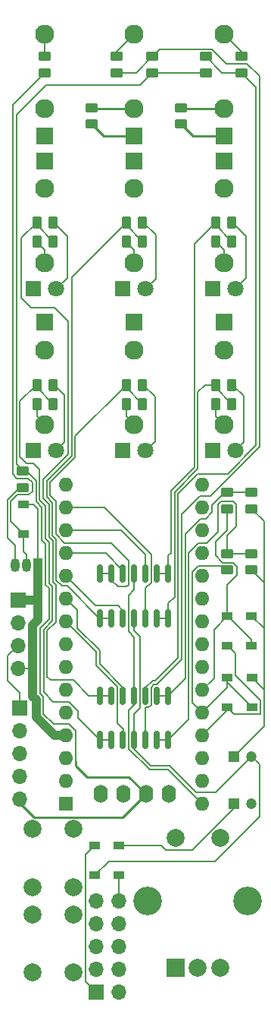
<source format=gbr>
%TF.GenerationSoftware,KiCad,Pcbnew,6.0.11-2627ca5db0~126~ubuntu22.04.1*%
%TF.CreationDate,2023-10-17T21:27:58+03:00*%
%TF.ProjectId,gtoe,67746f65-2e6b-4696-9361-645f70636258,rev?*%
%TF.SameCoordinates,Original*%
%TF.FileFunction,Copper,L2,Bot*%
%TF.FilePolarity,Positive*%
%FSLAX46Y46*%
G04 Gerber Fmt 4.6, Leading zero omitted, Abs format (unit mm)*
G04 Created by KiCad (PCBNEW 6.0.11-2627ca5db0~126~ubuntu22.04.1) date 2023-10-17 21:27:58*
%MOMM*%
%LPD*%
G01*
G04 APERTURE LIST*
G04 Aperture macros list*
%AMRoundRect*
0 Rectangle with rounded corners*
0 $1 Rounding radius*
0 $2 $3 $4 $5 $6 $7 $8 $9 X,Y pos of 4 corners*
0 Add a 4 corners polygon primitive as box body*
4,1,4,$2,$3,$4,$5,$6,$7,$8,$9,$2,$3,0*
0 Add four circle primitives for the rounded corners*
1,1,$1+$1,$2,$3*
1,1,$1+$1,$4,$5*
1,1,$1+$1,$6,$7*
1,1,$1+$1,$8,$9*
0 Add four rect primitives between the rounded corners*
20,1,$1+$1,$2,$3,$4,$5,0*
20,1,$1+$1,$4,$5,$6,$7,0*
20,1,$1+$1,$6,$7,$8,$9,0*
20,1,$1+$1,$8,$9,$2,$3,0*%
G04 Aperture macros list end*
%TA.AperFunction,ComponentPad*%
%ADD10O,1.600000X2.000000*%
%TD*%
%TA.AperFunction,ComponentPad*%
%ADD11O,1.700000X1.700000*%
%TD*%
%TA.AperFunction,ComponentPad*%
%ADD12R,1.700000X1.700000*%
%TD*%
%TA.AperFunction,ComponentPad*%
%ADD13R,1.600000X1.600000*%
%TD*%
%TA.AperFunction,ComponentPad*%
%ADD14O,1.600000X1.600000*%
%TD*%
%TA.AperFunction,ComponentPad*%
%ADD15R,1.930000X1.830000*%
%TD*%
%TA.AperFunction,ComponentPad*%
%ADD16C,2.130000*%
%TD*%
%TA.AperFunction,ComponentPad*%
%ADD17C,2.000000*%
%TD*%
%TA.AperFunction,ComponentPad*%
%ADD18R,1.800000X1.800000*%
%TD*%
%TA.AperFunction,ComponentPad*%
%ADD19C,1.800000*%
%TD*%
%TA.AperFunction,ComponentPad*%
%ADD20C,3.200000*%
%TD*%
%TA.AperFunction,ComponentPad*%
%ADD21R,2.000000X2.000000*%
%TD*%
%TA.AperFunction,SMDPad,CuDef*%
%ADD22R,1.200000X0.900000*%
%TD*%
%TA.AperFunction,SMDPad,CuDef*%
%ADD23RoundRect,0.250000X-0.450000X0.262500X-0.450000X-0.262500X0.450000X-0.262500X0.450000X0.262500X0*%
%TD*%
%TA.AperFunction,ComponentPad*%
%ADD24R,1.200000X1.200000*%
%TD*%
%TA.AperFunction,ComponentPad*%
%ADD25C,1.200000*%
%TD*%
%TA.AperFunction,SMDPad,CuDef*%
%ADD26RoundRect,0.250000X0.262500X0.450000X-0.262500X0.450000X-0.262500X-0.450000X0.262500X-0.450000X0*%
%TD*%
%TA.AperFunction,SMDPad,CuDef*%
%ADD27RoundRect,0.150000X-0.150000X0.825000X-0.150000X-0.825000X0.150000X-0.825000X0.150000X0.825000X0*%
%TD*%
%TA.AperFunction,SMDPad,CuDef*%
%ADD28RoundRect,0.250000X0.450000X-0.262500X0.450000X0.262500X-0.450000X0.262500X-0.450000X-0.262500X0*%
%TD*%
%TA.AperFunction,ComponentPad*%
%ADD29R,1.050000X1.500000*%
%TD*%
%TA.AperFunction,ComponentPad*%
%ADD30O,1.050000X1.500000*%
%TD*%
%TA.AperFunction,Conductor*%
%ADD31C,0.200000*%
%TD*%
%TA.AperFunction,Conductor*%
%ADD32C,1.000000*%
%TD*%
%TA.AperFunction,Conductor*%
%ADD33C,0.250000*%
%TD*%
G04 APERTURE END LIST*
D10*
%TO.P,Screen,4,SDA*%
%TO.N,I2C SDA*%
X111000000Y-126100000D03*
%TO.P,Screen,3,SCL*%
%TO.N,I2C SCL*%
X113541000Y-126100000D03*
%TO.P,Screen,2,VCC*%
%TO.N,+5V*%
X116081000Y-126100000D03*
%TO.P,Screen,1,GND*%
%TO.N,GND*%
X118621000Y-126100000D03*
%TD*%
D11*
%TO.P,MIDI,5,Pin_5*%
%TO.N,+5V*%
X102000000Y-126685000D03*
%TO.P,MIDI,4,Pin_4*%
%TO.N,GND*%
X102000000Y-124145000D03*
%TO.P,MIDI,3,Pin_3*%
%TO.N,Serial In*%
X102000000Y-121605000D03*
%TO.P,MIDI,2,Pin_2*%
%TO.N,Serial Out*%
X102000000Y-119065000D03*
D12*
%TO.P,MIDI,1,Pin_1*%
%TO.N,24ppqn OUT*%
X102000000Y-116525000D03*
%TD*%
D13*
%TO.P,A1,1,D1/TX*%
%TO.N,Serial Out*%
X107175000Y-127200000D03*
D14*
%TO.P,A1,2,D0/RX*%
%TO.N,Serial In*%
X107175000Y-124660000D03*
%TO.P,A1,3,~{RESET}*%
%TO.N,unconnected-(A1-Pad3)*%
X107175000Y-122120000D03*
%TO.P,A1,4,GND*%
%TO.N,GND*%
X107175000Y-119580000D03*
%TO.P,A1,5,D2*%
%TO.N,DIGITAL INPUT*%
X107175000Y-117040000D03*
%TO.P,A1,6,D3*%
%TO.N,24ppqn OUT*%
X107175000Y-114500000D03*
%TO.P,A1,7,D4*%
%TO.N,ENC_D2*%
X107175000Y-111960000D03*
%TO.P,A1,8,D5*%
%TO.N,START STOP BTN*%
X107175000Y-109420000D03*
%TO.P,A1,9,D6*%
%TO.N,Channel 4*%
X107175000Y-106880000D03*
%TO.P,A1,10,D7*%
%TO.N,Channel 1*%
X107175000Y-104340000D03*
%TO.P,A1,11,D8*%
%TO.N,Channel 2*%
X107175000Y-101800000D03*
%TO.P,A1,12,D9*%
%TO.N,Channel 5*%
X107175000Y-99260000D03*
%TO.P,A1,13,D10*%
%TO.N,Channel 3*%
X107175000Y-96720000D03*
%TO.P,A1,14,D11*%
%TO.N,Channel 6*%
X107175000Y-94180000D03*
%TO.P,A1,15,D12*%
%TO.N,SHIFT BTN*%
X107175000Y-91640000D03*
%TO.P,A1,16,D13*%
%TO.N,unconnected-(A1-Pad16)*%
X122415000Y-91640000D03*
%TO.P,A1,17,3V3*%
%TO.N,unconnected-(A1-Pad17)*%
X122415000Y-94180000D03*
%TO.P,A1,18,AREF*%
%TO.N,unconnected-(A1-Pad18)*%
X122415000Y-96720000D03*
%TO.P,A1,19,A0*%
%TO.N,ENC_BTN*%
X122415000Y-99260000D03*
%TO.P,A1,20,A1*%
%TO.N,unconnected-(A1-Pad20)*%
X122415000Y-101800000D03*
%TO.P,A1,21,A2*%
%TO.N,unconnected-(A1-Pad21)*%
X122415000Y-104340000D03*
%TO.P,A1,22,A3*%
%TO.N,ENC_D1*%
X122415000Y-106880000D03*
%TO.P,A1,23,A4*%
%TO.N,I2C SDA*%
X122415000Y-109420000D03*
%TO.P,A1,24,A5*%
%TO.N,I2C SCL*%
X122415000Y-111960000D03*
%TO.P,A1,25,A6*%
%TO.N,CV2 INPUT*%
X122415000Y-114500000D03*
%TO.P,A1,26,A7*%
%TO.N,CV1 INPUT*%
X122415000Y-117040000D03*
%TO.P,A1,27,+5V*%
%TO.N,+5V*%
X122415000Y-119580000D03*
%TO.P,A1,28,~{RESET}*%
%TO.N,unconnected-(A1-Pad28)*%
X122415000Y-122120000D03*
%TO.P,A1,29,GND*%
%TO.N,GND*%
X122415000Y-124660000D03*
%TO.P,A1,30,VIN*%
%TO.N,+12V*%
X122415000Y-127200000D03*
%TD*%
D15*
%TO.P,J9,S*%
%TO.N,GND*%
X124800000Y-52780000D03*
D16*
%TO.P,J9,T*%
%TO.N,Net-(J9-PadT)*%
X124800000Y-41380000D03*
%TO.P,J9,TN*%
%TO.N,Net-(J9-PadTN)*%
X124800000Y-49680000D03*
%TD*%
D17*
%TO.P,SW3,2*%
%TO.N,GND*%
X107950000Y-146000000D03*
X107950000Y-139500000D03*
%TO.P,SW3,1*%
%TO.N,SHIFT BTN*%
X103450000Y-139500000D03*
X103450000Y-146000000D03*
%TD*%
D18*
%TO.P,D5,1,K*%
%TO.N,GND*%
X113530000Y-87800000D03*
D19*
%TO.P,D5,2,A*%
%TO.N,Net-(D5-Pad2)*%
X116070000Y-87800000D03*
%TD*%
D15*
%TO.P,J2,S*%
%TO.N,GND*%
X114800000Y-55520000D03*
D16*
%TO.P,J2,T*%
%TO.N,Net-(J2-PadT)*%
X114800000Y-66920000D03*
%TO.P,J2,TN*%
%TO.N,unconnected-(J2-PadTN)*%
X114800000Y-58620000D03*
%TD*%
D15*
%TO.P,J5,S*%
%TO.N,GND*%
X114800000Y-73520000D03*
D16*
%TO.P,J5,T*%
%TO.N,Net-(J5-PadT)*%
X114800000Y-84920000D03*
%TO.P,J5,TN*%
%TO.N,unconnected-(J5-PadTN)*%
X114800000Y-76620000D03*
%TD*%
D18*
%TO.P,D4,1,K*%
%TO.N,GND*%
X103530000Y-87800000D03*
D19*
%TO.P,D4,2,A*%
%TO.N,Net-(D4-Pad2)*%
X106070000Y-87800000D03*
%TD*%
D18*
%TO.P,D3,1,K*%
%TO.N,GND*%
X123530000Y-69800000D03*
D19*
%TO.P,D3,2,A*%
%TO.N,Net-(D3-Pad2)*%
X126070000Y-69800000D03*
%TD*%
D15*
%TO.P,J3,S*%
%TO.N,GND*%
X124800000Y-55520000D03*
D16*
%TO.P,J3,T*%
%TO.N,Net-(J3-PadT)*%
X124800000Y-66920000D03*
%TO.P,J3,TN*%
%TO.N,unconnected-(J3-PadTN)*%
X124800000Y-58620000D03*
%TD*%
D18*
%TO.P,D2,1,K*%
%TO.N,GND*%
X113530000Y-69800000D03*
D19*
%TO.P,D2,2,A*%
%TO.N,Net-(D2-Pad2)*%
X116070000Y-69800000D03*
%TD*%
D17*
%TO.P,SW2,S2,S2*%
%TO.N,GND*%
X119400000Y-131000000D03*
%TO.P,SW2,S1,S1*%
%TO.N,ENC_BTN*%
X124400000Y-131000000D03*
D20*
%TO.P,SW2,MP*%
%TO.N,N/C*%
X127500000Y-138000000D03*
X116300000Y-138000000D03*
D17*
%TO.P,SW2,C,C*%
%TO.N,GND*%
X121900000Y-145500000D03*
%TO.P,SW2,B,B*%
%TO.N,ENC_D2*%
X124400000Y-145500000D03*
D21*
%TO.P,SW2,A,A*%
%TO.N,ENC_D1*%
X119400000Y-145500000D03*
%TD*%
D15*
%TO.P,J8,S*%
%TO.N,GND*%
X114800000Y-52780000D03*
D16*
%TO.P,J8,T*%
%TO.N,Net-(J8-PadT)*%
X114800000Y-41380000D03*
%TO.P,J8,TN*%
%TO.N,Net-(J8-PadTN)*%
X114800000Y-49680000D03*
%TD*%
D15*
%TO.P,J6,S*%
%TO.N,GND*%
X124800000Y-73520000D03*
D16*
%TO.P,J6,T*%
%TO.N,Net-(J6-PadT)*%
X124800000Y-84920000D03*
%TO.P,J6,TN*%
%TO.N,unconnected-(J6-PadTN)*%
X124800000Y-76620000D03*
%TD*%
D15*
%TO.P,J1,S*%
%TO.N,GND*%
X104800000Y-55520000D03*
D16*
%TO.P,J1,T*%
%TO.N,Net-(J1-PadT)*%
X104800000Y-66920000D03*
%TO.P,J1,TN*%
%TO.N,unconnected-(J1-PadTN)*%
X104800000Y-58620000D03*
%TD*%
D18*
%TO.P,D6,1,K*%
%TO.N,GND*%
X123530000Y-87800000D03*
D19*
%TO.P,D6,2,A*%
%TO.N,Net-(D6-Pad2)*%
X126070000Y-87800000D03*
%TD*%
D18*
%TO.P,D1,1,K*%
%TO.N,GND*%
X103530000Y-69800000D03*
D19*
%TO.P,D1,2,A*%
%TO.N,Net-(D1-Pad2)*%
X106070000Y-69800000D03*
%TD*%
D15*
%TO.P,J4,S*%
%TO.N,GND*%
X104800000Y-73520000D03*
D16*
%TO.P,J4,T*%
%TO.N,Net-(J4-PadT)*%
X104800000Y-84920000D03*
%TO.P,J4,TN*%
%TO.N,unconnected-(J4-PadTN)*%
X104800000Y-76620000D03*
%TD*%
D15*
%TO.P,J7,S*%
%TO.N,GND*%
X104800000Y-52780000D03*
D16*
%TO.P,J7,T*%
%TO.N,Net-(J7-PadT)*%
X104800000Y-41380000D03*
%TO.P,J7,TN*%
%TO.N,DIGITAL INPUT PIN*%
X104800000Y-49680000D03*
%TD*%
D17*
%TO.P,SW1,2*%
%TO.N,GND*%
X107950000Y-136500000D03*
X107950000Y-130000000D03*
%TO.P,SW1,1*%
%TO.N,START STOP BTN*%
X103450000Y-130000000D03*
X103450000Y-136500000D03*
%TD*%
D22*
%TO.P,D13,1,K*%
%TO.N,+12V*%
X113100000Y-131850000D03*
%TO.P,D13,2,A*%
%TO.N,Net-(D13-Pad2)*%
X113100000Y-135150000D03*
%TD*%
D23*
%TO.P,R24,1*%
%TO.N,Net-(J9-PadTN)*%
X120000000Y-49587500D03*
%TO.P,R24,2*%
%TO.N,GND*%
X120000000Y-51412500D03*
%TD*%
%TO.P,R19,1*%
%TO.N,Net-(R16-Pad2)*%
X122800000Y-43887500D03*
%TO.P,R19,2*%
%TO.N,+5V*%
X122800000Y-45712500D03*
%TD*%
D24*
%TO.P,C1,1*%
%TO.N,+12V*%
X125900000Y-127200000D03*
D25*
%TO.P,C1,2*%
%TO.N,GND*%
X127900000Y-127200000D03*
%TD*%
D22*
%TO.P,D9,1,K*%
%TO.N,CV1 INPUT*%
X128000000Y-116450000D03*
%TO.P,D9,2,A*%
%TO.N,GND*%
X128000000Y-113150000D03*
%TD*%
%TO.P,D11,1,K*%
%TO.N,CV2 INPUT*%
X127900000Y-109550000D03*
%TO.P,D11,2,A*%
%TO.N,GND*%
X127900000Y-106250000D03*
%TD*%
D26*
%TO.P,R9,1*%
%TO.N,Net-(R10-Pad2)*%
X115712500Y-82600000D03*
%TO.P,R9,2*%
%TO.N,Net-(J5-PadT)*%
X113887500Y-82600000D03*
%TD*%
D22*
%TO.P,D12,1,K*%
%TO.N,Net-(D12-Pad1)*%
X110400000Y-131850000D03*
%TO.P,D12,2,A*%
%TO.N,-12V*%
X110400000Y-135150000D03*
%TD*%
D26*
%TO.P,R3,1*%
%TO.N,Net-(R3-Pad1)*%
X115712500Y-64500000D03*
%TO.P,R3,2*%
%TO.N,Net-(J2-PadT)*%
X113887500Y-64500000D03*
%TD*%
D27*
%TO.P,U2,1*%
%TO.N,Net-(R1-Pad1)*%
X110990000Y-115125000D03*
%TO.P,U2,2,-*%
X112260000Y-115125000D03*
%TO.P,U2,3,+*%
%TO.N,Channel 1*%
X113530000Y-115125000D03*
%TO.P,U2,4,V+*%
%TO.N,+12V*%
X114800000Y-115125000D03*
%TO.P,U2,5,+*%
%TO.N,Net-(R16-Pad2)*%
X116070000Y-115125000D03*
%TO.P,U2,6,-*%
%TO.N,Net-(R17-Pad2)*%
X117340000Y-115125000D03*
%TO.P,U2,7*%
X118610000Y-115125000D03*
%TO.P,U2,8*%
%TO.N,Net-(R20-Pad1)*%
X118610000Y-120075000D03*
%TO.P,U2,9,-*%
X117340000Y-120075000D03*
%TO.P,U2,10,+*%
%TO.N,Net-(R15-Pad2)*%
X116070000Y-120075000D03*
%TO.P,U2,11,V-*%
%TO.N,-12V*%
X114800000Y-120075000D03*
%TO.P,U2,12,+*%
%TO.N,Channel 4*%
X113530000Y-120075000D03*
%TO.P,U2,13,-*%
%TO.N,Net-(R7-Pad1)*%
X112260000Y-120075000D03*
%TO.P,U2,14*%
X110990000Y-120075000D03*
%TD*%
D12*
%TO.P,LINK,1,Pin_1*%
%TO.N,GND*%
X101800000Y-104450000D03*
D11*
%TO.P,LINK,2,Pin_2*%
%TO.N,DIGITAL INPUT PIN*%
X101800000Y-106990000D03*
%TO.P,LINK,3,Pin_3*%
%TO.N,24ppqn OUT*%
X101800000Y-109530000D03*
%TO.P,LINK,4,Pin_4*%
%TO.N,GND*%
X101800000Y-112070000D03*
%TD*%
D23*
%TO.P,R23,1*%
%TO.N,Net-(J8-PadTN)*%
X110000000Y-49587500D03*
%TO.P,R23,2*%
%TO.N,GND*%
X110000000Y-51412500D03*
%TD*%
%TO.P,R13,1*%
%TO.N,Net-(J7-PadT)*%
X104800000Y-43887500D03*
%TO.P,R13,2*%
%TO.N,Net-(D7-Pad1)*%
X104800000Y-45712500D03*
%TD*%
D26*
%TO.P,R7,1*%
%TO.N,Net-(R7-Pad1)*%
X105712500Y-82600000D03*
%TO.P,R7,2*%
%TO.N,Net-(J4-PadT)*%
X103887500Y-82600000D03*
%TD*%
%TO.P,R12,1*%
%TO.N,Net-(D6-Pad2)*%
X125712500Y-80500000D03*
%TO.P,R12,2*%
%TO.N,Net-(R11-Pad1)*%
X123887500Y-80500000D03*
%TD*%
%TO.P,R10,1*%
%TO.N,Net-(D5-Pad2)*%
X115712500Y-80500000D03*
%TO.P,R10,2*%
%TO.N,Net-(R10-Pad2)*%
X113887500Y-80500000D03*
%TD*%
D28*
%TO.P,R14,1*%
%TO.N,DIGITAL INPUT*%
X102350000Y-91912500D03*
%TO.P,R14,2*%
%TO.N,+5V*%
X102350000Y-90087500D03*
%TD*%
%TO.P,R22,1*%
%TO.N,CV1 INPUT*%
X125200000Y-101112500D03*
%TO.P,R22,2*%
%TO.N,Net-(R20-Pad1)*%
X125200000Y-99287500D03*
%TD*%
D23*
%TO.P,R18,1*%
%TO.N,Net-(R15-Pad2)*%
X116800000Y-43887500D03*
%TO.P,R18,2*%
%TO.N,+5V*%
X116800000Y-45712500D03*
%TD*%
D26*
%TO.P,R2,1*%
%TO.N,Net-(D1-Pad2)*%
X105712500Y-62400000D03*
%TO.P,R2,2*%
%TO.N,Net-(R1-Pad1)*%
X103887500Y-62400000D03*
%TD*%
%TO.P,R5,1*%
%TO.N,Net-(R5-Pad1)*%
X125712500Y-64500000D03*
%TO.P,R5,2*%
%TO.N,Net-(J3-PadT)*%
X123887500Y-64500000D03*
%TD*%
%TO.P,R11,1*%
%TO.N,Net-(R11-Pad1)*%
X125712500Y-82600000D03*
%TO.P,R11,2*%
%TO.N,Net-(J6-PadT)*%
X123887500Y-82600000D03*
%TD*%
D23*
%TO.P,R20,1*%
%TO.N,Net-(R20-Pad1)*%
X127900000Y-99287500D03*
%TO.P,R20,2*%
%TO.N,GND*%
X127900000Y-101112500D03*
%TD*%
D24*
%TO.P,C2,1*%
%TO.N,GND*%
X125900000Y-121900000D03*
D25*
%TO.P,C2,2*%
%TO.N,-12V*%
X127900000Y-121900000D03*
%TD*%
D22*
%TO.P,D8,1,K*%
%TO.N,+5V*%
X125200000Y-116450000D03*
%TO.P,D8,2,A*%
%TO.N,CV1 INPUT*%
X125200000Y-113150000D03*
%TD*%
D26*
%TO.P,R1,1*%
%TO.N,Net-(R1-Pad1)*%
X105712500Y-64500000D03*
%TO.P,R1,2*%
%TO.N,Net-(J1-PadT)*%
X103887500Y-64500000D03*
%TD*%
D23*
%TO.P,R15,1*%
%TO.N,Net-(J8-PadT)*%
X112800000Y-43887500D03*
%TO.P,R15,2*%
%TO.N,Net-(R15-Pad2)*%
X112800000Y-45712500D03*
%TD*%
D26*
%TO.P,R8,1*%
%TO.N,Net-(D4-Pad2)*%
X105712500Y-80500000D03*
%TO.P,R8,2*%
%TO.N,Net-(R7-Pad1)*%
X103887500Y-80500000D03*
%TD*%
D27*
%TO.P,U1,1*%
%TO.N,Net-(R10-Pad2)*%
X110990000Y-101525000D03*
%TO.P,U1,2,-*%
X112260000Y-101525000D03*
%TO.P,U1,3,+*%
%TO.N,Channel 5*%
X113530000Y-101525000D03*
%TO.P,U1,4,V+*%
%TO.N,+12V*%
X114800000Y-101525000D03*
%TO.P,U1,5,+*%
%TO.N,Channel 3*%
X116070000Y-101525000D03*
%TO.P,U1,6,-*%
%TO.N,Net-(R5-Pad1)*%
X117340000Y-101525000D03*
%TO.P,U1,7*%
X118610000Y-101525000D03*
%TO.P,U1,8*%
%TO.N,Net-(R11-Pad1)*%
X118610000Y-106475000D03*
%TO.P,U1,9,-*%
X117340000Y-106475000D03*
%TO.P,U1,10,+*%
%TO.N,Channel 6*%
X116070000Y-106475000D03*
%TO.P,U1,11,V-*%
%TO.N,-12V*%
X114800000Y-106475000D03*
%TO.P,U1,12,+*%
%TO.N,Channel 2*%
X113530000Y-106475000D03*
%TO.P,U1,13,-*%
%TO.N,Net-(R3-Pad1)*%
X112260000Y-106475000D03*
%TO.P,U1,14*%
X110990000Y-106475000D03*
%TD*%
D22*
%TO.P,D7,1,K*%
%TO.N,Net-(D7-Pad1)*%
X102400000Y-97100000D03*
%TO.P,D7,2,A*%
%TO.N,GND*%
X102400000Y-93800000D03*
%TD*%
D23*
%TO.P,R21,1*%
%TO.N,Net-(R17-Pad2)*%
X127900000Y-92487500D03*
%TO.P,R21,2*%
%TO.N,GND*%
X127900000Y-94312500D03*
%TD*%
D26*
%TO.P,R4,1*%
%TO.N,Net-(D2-Pad2)*%
X115712500Y-62400000D03*
%TO.P,R4,2*%
%TO.N,Net-(R3-Pad1)*%
X113887500Y-62400000D03*
%TD*%
D28*
%TO.P,R17,1*%
%TO.N,CV2 INPUT*%
X125200000Y-94312500D03*
%TO.P,R17,2*%
%TO.N,Net-(R17-Pad2)*%
X125200000Y-92487500D03*
%TD*%
D22*
%TO.P,D10,1,K*%
%TO.N,+5V*%
X125200000Y-109550000D03*
%TO.P,D10,2,A*%
%TO.N,CV2 INPUT*%
X125200000Y-106250000D03*
%TD*%
D26*
%TO.P,R6,1*%
%TO.N,Net-(D3-Pad2)*%
X125712500Y-62400000D03*
%TO.P,R6,2*%
%TO.N,Net-(R5-Pad1)*%
X123887500Y-62400000D03*
%TD*%
D23*
%TO.P,R16,1*%
%TO.N,Net-(J9-PadT)*%
X126800000Y-43887500D03*
%TO.P,R16,2*%
%TO.N,Net-(R16-Pad2)*%
X126800000Y-45712500D03*
%TD*%
D29*
%TO.P,Q1,1,E*%
%TO.N,GND*%
X104020000Y-100610000D03*
D30*
%TO.P,Q1,2,B*%
%TO.N,Net-(D7-Pad1)*%
X102750000Y-100610000D03*
%TO.P,Q1,3,C*%
%TO.N,DIGITAL INPUT*%
X101480000Y-100610000D03*
%TD*%
D12*
%TO.P,J10,1,Pin_1*%
%TO.N,Net-(D12-Pad1)*%
X110525000Y-148160000D03*
D11*
%TO.P,J10,2,Pin_2*%
X113065000Y-148160000D03*
%TO.P,J10,3,Pin_3*%
%TO.N,GND*%
X110525000Y-145620000D03*
%TO.P,J10,4,Pin_4*%
X113065000Y-145620000D03*
%TO.P,J10,5,Pin_5*%
X110525000Y-143080000D03*
%TO.P,J10,6,Pin_6*%
X113065000Y-143080000D03*
%TO.P,J10,7,Pin_7*%
X110525000Y-140540000D03*
%TO.P,J10,8,Pin_8*%
X113065000Y-140540000D03*
%TO.P,J10,9,Pin_9*%
%TO.N,Net-(D13-Pad2)*%
X110525000Y-138000000D03*
%TO.P,J10,10,Pin_10*%
X113065000Y-138000000D03*
%TD*%
D31*
%TO.N,GND*%
X104020000Y-94285686D02*
X103534314Y-93800000D01*
X129300000Y-107650000D02*
X129300000Y-102512500D01*
D32*
X104020000Y-106680000D02*
X103450000Y-107250000D01*
X103450000Y-107250000D02*
X103450000Y-112000000D01*
D31*
X125900000Y-121900000D02*
X129300000Y-118500000D01*
D32*
X103450000Y-115247056D02*
X103800000Y-115597056D01*
X103450000Y-112000000D02*
X103450000Y-115247056D01*
X104020000Y-100610000D02*
X104020000Y-104480000D01*
X105898629Y-119580000D02*
X107175000Y-119580000D01*
D31*
X103380000Y-112070000D02*
X103450000Y-112000000D01*
X129275000Y-114425000D02*
X128000000Y-113150000D01*
D32*
X104020000Y-104480000D02*
X104020000Y-106680000D01*
D31*
X129300000Y-107650000D02*
X127900000Y-106250000D01*
X129275000Y-114425000D02*
X129300000Y-114400000D01*
X129300000Y-102512500D02*
X129300000Y-95712500D01*
X129300000Y-102512500D02*
X127900000Y-101112500D01*
D33*
X124800000Y-52780000D02*
X121367500Y-52780000D01*
D32*
X103800000Y-115597056D02*
X103800000Y-117481371D01*
X101800000Y-104450000D02*
X103990000Y-104450000D01*
D31*
X129300000Y-118500000D02*
X129300000Y-114450000D01*
D33*
X111367500Y-52780000D02*
X114800000Y-52780000D01*
X110000000Y-51412500D02*
X111367500Y-52780000D01*
D31*
X103534314Y-93800000D02*
X102400000Y-93800000D01*
X101800000Y-112070000D02*
X103380000Y-112070000D01*
X104020000Y-100610000D02*
X104020000Y-94285686D01*
D32*
X103800000Y-117481371D02*
X105898629Y-119580000D01*
D33*
X121367500Y-52780000D02*
X120000000Y-51412500D01*
D31*
X129300000Y-114450000D02*
X129275000Y-114425000D01*
X103990000Y-104450000D02*
X104020000Y-104480000D01*
X129300000Y-95712500D02*
X127900000Y-94312500D01*
X129300000Y-114400000D02*
X129300000Y-107650000D01*
%TO.N,DIGITAL INPUT*%
X101987500Y-91912500D02*
X100600000Y-93300000D01*
X100600000Y-93300000D02*
X100600000Y-97565686D01*
X100600000Y-97565686D02*
X101430000Y-98395686D01*
X101430000Y-100560000D02*
X101480000Y-100610000D01*
X102350000Y-91912500D02*
X101987500Y-91912500D01*
X101430000Y-98395686D02*
X101430000Y-100560000D01*
%TO.N,Channel 1*%
X113530000Y-114217918D02*
X110950000Y-111637918D01*
X108450000Y-107589314D02*
X108450000Y-105615000D01*
X108450000Y-105615000D02*
X107175000Y-104340000D01*
X110950000Y-111637918D02*
X110950000Y-110089314D01*
X110950000Y-110089314D02*
X108450000Y-107589314D01*
X113530000Y-115125000D02*
X113530000Y-114217918D01*
%TO.N,Channel 3*%
X116070000Y-101525000D02*
X116070000Y-99420000D01*
X113330000Y-96720000D02*
X107175000Y-96720000D01*
X116070000Y-99420000D02*
X113350000Y-96700000D01*
%TO.N,Channel 4*%
X113530000Y-120075000D02*
X113550000Y-120055000D01*
X110550000Y-110255000D02*
X107175000Y-106880000D01*
X110550000Y-111803604D02*
X110550000Y-110255000D01*
X113550000Y-118850000D02*
X112860000Y-118160000D01*
X112860000Y-114113604D02*
X110550000Y-111803604D01*
X112860000Y-118160000D02*
X112860000Y-114113604D01*
X113550000Y-120055000D02*
X113550000Y-118850000D01*
%TO.N,Channel 6*%
X116070000Y-106475000D02*
X116070000Y-103136396D01*
X116070000Y-103136396D02*
X116670000Y-102536396D01*
X116670000Y-102536396D02*
X116670000Y-99420000D01*
X116670000Y-99420000D02*
X111430000Y-94180000D01*
X111430000Y-94180000D02*
X107175000Y-94180000D01*
%TO.N,24ppqn OUT*%
X102000000Y-114850000D02*
X100650000Y-113500000D01*
X100650000Y-113500000D02*
X100650000Y-110680000D01*
X102000000Y-116525000D02*
X102000000Y-114850000D01*
X100650000Y-110680000D02*
X101800000Y-109530000D01*
%TO.N,+5V*%
X116800000Y-45712500D02*
X115412500Y-47100000D01*
X104875000Y-98237741D02*
X104450000Y-97812740D01*
X107500000Y-118300000D02*
X105750000Y-118300000D01*
X125950000Y-117200000D02*
X128900000Y-117200000D01*
X104450000Y-94150000D02*
X103800000Y-93500000D01*
X104250000Y-114915685D02*
X104250000Y-107581370D01*
X104600000Y-117150000D02*
X104600000Y-115265686D01*
X122415000Y-119580000D02*
X125200000Y-116795000D01*
X128900000Y-117200000D02*
X128900000Y-115700000D01*
X104450000Y-97812740D02*
X104450000Y-94150000D01*
X108275000Y-119075000D02*
X107500000Y-118300000D01*
X125200000Y-116795000D02*
X125200000Y-116450000D01*
X105750000Y-118300000D02*
X104600000Y-117150000D01*
X104902817Y-47100000D02*
X101600000Y-50402817D01*
X104250000Y-107581370D02*
X105250000Y-106581370D01*
X101600000Y-50402817D02*
X101600000Y-89337500D01*
X104875000Y-102752690D02*
X104875000Y-98237741D01*
X108275000Y-122475000D02*
X108275000Y-119075000D01*
X126100000Y-110450000D02*
X125200000Y-109550000D01*
D33*
X108275000Y-122475000D02*
X108275000Y-122925000D01*
D31*
X125200000Y-116450000D02*
X125950000Y-117200000D01*
D33*
X114181000Y-124200000D02*
X116081000Y-126100000D01*
D31*
X128900000Y-115700000D02*
X126100000Y-112900000D01*
X126100000Y-112900000D02*
X126100000Y-110450000D01*
X103800000Y-93500000D02*
X103800000Y-91184314D01*
X105250000Y-106581370D02*
X105250000Y-103127691D01*
D33*
X103560000Y-128675000D02*
X101950000Y-127065000D01*
D31*
X115412500Y-47100000D02*
X104902817Y-47100000D01*
D33*
X113506000Y-128675000D02*
X103560000Y-128675000D01*
D31*
X101600000Y-89337500D02*
X102350000Y-90087500D01*
X103800000Y-91184314D02*
X102703186Y-90087500D01*
X104600000Y-115265686D02*
X104250000Y-114915685D01*
D33*
X108275000Y-122925000D02*
X109550000Y-124200000D01*
X109550000Y-124200000D02*
X114181000Y-124200000D01*
D31*
X122800000Y-45712500D02*
X116800000Y-45712500D01*
X102703186Y-90087500D02*
X102350000Y-90087500D01*
X105250000Y-103127691D02*
X104875000Y-102752690D01*
D33*
X116081000Y-126100000D02*
X113506000Y-128675000D01*
D31*
%TO.N,+12V*%
X114130000Y-107930000D02*
X114130000Y-103970000D01*
X118300000Y-132300000D02*
X121261522Y-132300000D01*
X114800000Y-115125000D02*
X114800000Y-116200000D01*
X125900000Y-127661522D02*
X125900000Y-127200000D01*
X121261522Y-132300000D02*
X125900000Y-127661522D01*
X113100000Y-131850000D02*
X117850000Y-131850000D01*
X114130000Y-103970000D02*
X114800000Y-103300000D01*
X114800000Y-108600000D02*
X114130000Y-107930000D01*
X114800000Y-115125000D02*
X114800000Y-108600000D01*
X117850000Y-131850000D02*
X118300000Y-132300000D01*
X114200000Y-121086396D02*
X114200000Y-116800000D01*
X114800000Y-103300000D02*
X114800000Y-101525000D01*
X114800000Y-116200000D02*
X114200000Y-116800000D01*
X116513604Y-123400000D02*
X114200000Y-121086396D01*
X118615000Y-123400000D02*
X116513604Y-123400000D01*
X122415000Y-127200000D02*
X118615000Y-123400000D01*
%TO.N,Net-(D1-Pad2)*%
X107300000Y-63900000D02*
X107300000Y-68570000D01*
X105800000Y-62400000D02*
X107300000Y-63900000D01*
X107300000Y-68570000D02*
X106070000Y-69800000D01*
X105712500Y-62400000D02*
X105800000Y-62400000D01*
%TO.N,Net-(D2-Pad2)*%
X115800000Y-62400000D02*
X117200000Y-63800000D01*
X115712500Y-62400000D02*
X115800000Y-62400000D01*
X117200000Y-68670000D02*
X116070000Y-69800000D01*
X117200000Y-63800000D02*
X117200000Y-68670000D01*
%TO.N,Net-(D3-Pad2)*%
X125712500Y-62400000D02*
X125800000Y-62400000D01*
X127300000Y-63900000D02*
X127300000Y-68570000D01*
X127300000Y-68570000D02*
X126070000Y-69800000D01*
X125800000Y-62400000D02*
X127300000Y-63900000D01*
%TO.N,Net-(D4-Pad2)*%
X107000000Y-81600000D02*
X107000000Y-86870000D01*
X105712500Y-80500000D02*
X105900000Y-80500000D01*
X105900000Y-80500000D02*
X107000000Y-81600000D01*
X107000000Y-86870000D02*
X106070000Y-87800000D01*
%TO.N,Net-(D5-Pad2)*%
X115800000Y-80500000D02*
X117100000Y-81800000D01*
X117100000Y-86770000D02*
X116070000Y-87800000D01*
X117100000Y-81800000D02*
X117100000Y-86770000D01*
X115712500Y-80500000D02*
X115800000Y-80500000D01*
%TO.N,Net-(D6-Pad2)*%
X125712500Y-80500000D02*
X125800000Y-80500000D01*
X125800000Y-80500000D02*
X127000000Y-81700000D01*
X127000000Y-86870000D02*
X126070000Y-87800000D01*
X127000000Y-81700000D02*
X127000000Y-86870000D01*
%TO.N,Net-(D7-Pad1)*%
X101000000Y-93465686D02*
X101740686Y-92725000D01*
X102400000Y-97100000D02*
X101000000Y-95700000D01*
X102400000Y-97100000D02*
X102400000Y-99050000D01*
X101200000Y-90427817D02*
X101200000Y-49312500D01*
X101740686Y-92725000D02*
X103027817Y-92725000D01*
X102400000Y-99050000D02*
X102750000Y-99400000D01*
X102950000Y-90900000D02*
X101672183Y-90900000D01*
X101200000Y-49312500D02*
X104800000Y-45712500D01*
X103400000Y-91350000D02*
X102950000Y-90900000D01*
X103027817Y-92725000D02*
X103400000Y-92352817D01*
X103400000Y-92352817D02*
X103400000Y-91350000D01*
X101000000Y-95700000D02*
X101000000Y-93465686D01*
X101672183Y-90900000D02*
X101200000Y-90427817D01*
X102750000Y-99400000D02*
X102750000Y-100610000D01*
%TO.N,Net-(J1-PadT)*%
X103887500Y-64500000D02*
X104800000Y-65412500D01*
X104800000Y-65412500D02*
X104800000Y-66920000D01*
%TO.N,Net-(J2-PadT)*%
X113887500Y-64500000D02*
X114800000Y-65412500D01*
X114800000Y-65412500D02*
X114800000Y-66920000D01*
%TO.N,Net-(J3-PadT)*%
X124800000Y-65412500D02*
X124800000Y-66920000D01*
X123887500Y-64500000D02*
X124800000Y-65412500D01*
%TO.N,Net-(J4-PadT)*%
X103887500Y-84007500D02*
X104800000Y-84920000D01*
X103887500Y-82600000D02*
X103887500Y-84007500D01*
%TO.N,Net-(J5-PadT)*%
X113887500Y-84007500D02*
X114800000Y-84920000D01*
X113887500Y-82600000D02*
X113887500Y-84007500D01*
%TO.N,Net-(J6-PadT)*%
X123887500Y-84007500D02*
X124800000Y-84920000D01*
X123887500Y-82600000D02*
X123887500Y-84007500D01*
%TO.N,Net-(J7-PadT)*%
X104800000Y-41380000D02*
X104800000Y-43887500D01*
%TO.N,Net-(J8-PadT)*%
X114800000Y-41380000D02*
X112800000Y-43380000D01*
X112800000Y-43380000D02*
X112800000Y-43887500D01*
D33*
%TO.N,Net-(J8-PadTN)*%
X114800000Y-49680000D02*
X110092500Y-49680000D01*
X110092500Y-49680000D02*
X110000000Y-49587500D01*
D31*
%TO.N,Net-(J9-PadT)*%
X124800000Y-41380000D02*
X126800000Y-43380000D01*
X126800000Y-43380000D02*
X126800000Y-43887500D01*
D33*
%TO.N,Net-(J9-PadTN)*%
X120000000Y-49587500D02*
X120092500Y-49680000D01*
X120092500Y-49680000D02*
X124800000Y-49680000D01*
D31*
%TO.N,CV2 INPUT*%
X125200000Y-96700000D02*
X125200000Y-94312500D01*
X123900000Y-99500000D02*
X123900000Y-98000000D01*
X123900000Y-98000000D02*
X125200000Y-96700000D01*
X125250000Y-106250000D02*
X127900000Y-108900000D01*
X122415000Y-114500000D02*
X123700000Y-113215000D01*
X125200000Y-106250000D02*
X125250000Y-106250000D01*
X124700000Y-100300000D02*
X123900000Y-99500000D01*
X127900000Y-108900000D02*
X127900000Y-109550000D01*
X126300000Y-101700000D02*
X126300000Y-100722183D01*
X123700000Y-113215000D02*
X123700000Y-107750000D01*
X123700000Y-107750000D02*
X125200000Y-106250000D01*
X126300000Y-100722183D02*
X125877817Y-100300000D01*
X125200000Y-106250000D02*
X125200000Y-102800000D01*
X125200000Y-102800000D02*
X126300000Y-101700000D01*
X125877817Y-100300000D02*
X124700000Y-100300000D01*
%TO.N,-12V*%
X123800000Y-133600000D02*
X128800000Y-128600000D01*
X110400000Y-135150000D02*
X111950000Y-133600000D01*
X115470000Y-116530000D02*
X115470000Y-108570000D01*
X116639645Y-122960355D02*
X114800000Y-121120710D01*
X127900000Y-121900000D02*
X123900000Y-125900000D01*
X114800000Y-121120710D02*
X114800000Y-120075000D01*
X118741041Y-122960355D02*
X116639645Y-122960355D01*
X114800000Y-117200000D02*
X115470000Y-116530000D01*
X128800000Y-122800000D02*
X127900000Y-121900000D01*
X128800000Y-128600000D02*
X128800000Y-122800000D01*
X111950000Y-133600000D02*
X123800000Y-133600000D01*
X114800000Y-120075000D02*
X114800000Y-117200000D01*
X121680686Y-125900000D02*
X118741041Y-122960355D01*
X114800000Y-107900000D02*
X114800000Y-106475000D01*
X115470000Y-108570000D02*
X114800000Y-107900000D01*
X123900000Y-125900000D02*
X121680686Y-125900000D01*
%TO.N,CV1 INPUT*%
X125200000Y-113650000D02*
X128000000Y-116450000D01*
X124787500Y-100700000D02*
X121959365Y-100700000D01*
X125200000Y-101112500D02*
X124787500Y-100700000D01*
X125200000Y-114255000D02*
X122415000Y-117040000D01*
X121959365Y-100700000D02*
X121300000Y-101359365D01*
X121300000Y-115925000D02*
X122415000Y-117040000D01*
X125200000Y-113150000D02*
X125200000Y-113650000D01*
X121300000Y-101359365D02*
X121300000Y-115925000D01*
X125200000Y-113150000D02*
X125200000Y-114255000D01*
%TO.N,Net-(D12-Pad1)*%
X110525000Y-148160000D02*
X109375000Y-147010000D01*
X109375000Y-132875000D02*
X110400000Y-131850000D01*
X109375000Y-147010000D02*
X109375000Y-132875000D01*
%TO.N,Net-(D13-Pad2)*%
X113065000Y-138000000D02*
X113065000Y-135185000D01*
X113065000Y-135185000D02*
X113100000Y-135150000D01*
%TO.N,Net-(R1-Pad1)*%
X106050000Y-102796320D02*
X105675000Y-102421320D01*
X107400000Y-73450000D02*
X105850000Y-71900000D01*
X102150000Y-64137500D02*
X103887500Y-62400000D01*
X107400000Y-88250000D02*
X107400000Y-73450000D01*
X105250000Y-97481370D02*
X105250000Y-93818629D01*
X107950000Y-113400000D02*
X105450000Y-113400000D01*
X103230000Y-71900000D02*
X102150000Y-70820000D01*
X105050000Y-107912742D02*
X106050000Y-106912742D01*
X105050000Y-113000000D02*
X105050000Y-107912742D01*
X104600000Y-93168629D02*
X104600000Y-91050000D01*
X105850000Y-71900000D02*
X103230000Y-71900000D01*
X104600000Y-91050000D02*
X107400000Y-88250000D01*
X112260000Y-115125000D02*
X110990000Y-115125000D01*
X105450000Y-113400000D02*
X105050000Y-113000000D01*
X105675000Y-102421320D02*
X105675000Y-97906371D01*
X106050000Y-106912742D02*
X106050000Y-102796320D01*
X103887500Y-62400000D02*
X103887500Y-62675000D01*
X102150000Y-70820000D02*
X102150000Y-64137500D01*
X109675000Y-115125000D02*
X107950000Y-113400000D01*
X103887500Y-62675000D02*
X105712500Y-64500000D01*
X110990000Y-115125000D02*
X109675000Y-115125000D01*
X105250000Y-93818629D02*
X104600000Y-93168629D01*
X105675000Y-97906371D02*
X105250000Y-97481370D01*
%TO.N,Net-(R3-Pad1)*%
X106075000Y-97740686D02*
X105650000Y-97315685D01*
X105650000Y-97315685D02*
X105650000Y-93652943D01*
X113887500Y-62400000D02*
X113887500Y-62675000D01*
X110990000Y-106475000D02*
X110875000Y-106475000D01*
X105000000Y-93002943D02*
X105000000Y-91215686D01*
X107800000Y-88415685D02*
X107800000Y-68487500D01*
X106075000Y-102255635D02*
X106075000Y-97740686D01*
X112260000Y-106475000D02*
X110990000Y-106475000D01*
X105000000Y-91215686D02*
X107800000Y-88415685D01*
X105650000Y-93652943D02*
X105000000Y-93002943D01*
X106719365Y-102900000D02*
X106075000Y-102255635D01*
X107800000Y-68487500D02*
X113887500Y-62400000D01*
X113887500Y-62675000D02*
X115712500Y-64500000D01*
X107300000Y-102900000D02*
X106719365Y-102900000D01*
X110875000Y-106475000D02*
X107300000Y-102900000D01*
%TO.N,Net-(R5-Pad1)*%
X117340000Y-101525000D02*
X118610000Y-101525000D01*
X121500000Y-89668628D02*
X121500000Y-64787500D01*
X118610000Y-101525000D02*
X118600000Y-101515000D01*
X121500000Y-64787500D02*
X123887500Y-62400000D01*
X118900000Y-92268628D02*
X121500000Y-89668628D01*
X123887500Y-62675000D02*
X125712500Y-64500000D01*
X123887500Y-62400000D02*
X123887500Y-62675000D01*
X118900000Y-99200000D02*
X118900000Y-92268628D01*
X118600000Y-99500000D02*
X118900000Y-99200000D01*
X118600000Y-101515000D02*
X118600000Y-99500000D01*
%TO.N,Net-(R7-Pad1)*%
X105700000Y-115800000D02*
X104650000Y-114750000D01*
X105650000Y-102962006D02*
X105275000Y-102587005D01*
X104200000Y-93334315D02*
X104200000Y-89950000D01*
X102750000Y-89250000D02*
X102000000Y-88500000D01*
X104650000Y-114750000D02*
X104650000Y-107747056D01*
X108500000Y-116809365D02*
X107490635Y-115800000D01*
X108500000Y-117585000D02*
X108500000Y-116809365D01*
X105275000Y-102587005D02*
X105275000Y-98072056D01*
X104650000Y-107747056D02*
X105650000Y-106747056D01*
X102000000Y-88500000D02*
X102000000Y-82300000D01*
X103500000Y-89250000D02*
X102750000Y-89250000D01*
X112260000Y-120075000D02*
X110990000Y-120075000D01*
X105650000Y-106747056D02*
X105650000Y-102962006D01*
X104850000Y-93984315D02*
X104200000Y-93334315D01*
X103887500Y-80775000D02*
X105712500Y-82600000D01*
X110990000Y-120075000D02*
X108500000Y-117585000D01*
X104850000Y-97647055D02*
X104850000Y-93984315D01*
X102000000Y-82300000D02*
X103800000Y-80500000D01*
X103800000Y-80500000D02*
X103887500Y-80500000D01*
X107490635Y-115800000D02*
X105700000Y-115800000D01*
X103887500Y-80500000D02*
X103887500Y-80775000D01*
X105275000Y-98072056D02*
X104850000Y-97647055D01*
X104200000Y-89950000D02*
X103500000Y-89250000D01*
%TO.N,Net-(R10-Pad2)*%
X107000000Y-98100000D02*
X106050000Y-97150000D01*
X108200000Y-86187500D02*
X113887500Y-80500000D01*
X113887500Y-80775000D02*
X115712500Y-82600000D01*
X112260000Y-101525000D02*
X110990000Y-101525000D01*
X112260000Y-102260000D02*
X113000000Y-103000000D01*
X114200000Y-100100000D02*
X112200000Y-98100000D01*
X113887500Y-80500000D02*
X113887500Y-80775000D01*
X113000000Y-103000000D02*
X113950000Y-103000000D01*
X112260000Y-101525000D02*
X112260000Y-102260000D01*
X105400000Y-91381372D02*
X108200000Y-88581370D01*
X113950000Y-103000000D02*
X114200000Y-102750000D01*
X108200000Y-88581370D02*
X108200000Y-86187500D01*
X106050000Y-97150000D02*
X106050000Y-93450000D01*
X106050000Y-93450000D02*
X105400000Y-92800000D01*
X112200000Y-98100000D02*
X107000000Y-98100000D01*
X105400000Y-92800000D02*
X105400000Y-91381372D01*
X114200000Y-102750000D02*
X114200000Y-100100000D01*
%TO.N,Net-(R11-Pad1)*%
X119300000Y-92434314D02*
X121917157Y-89817157D01*
X123887500Y-80500000D02*
X122700000Y-80500000D01*
X123887500Y-80775000D02*
X125712500Y-82600000D01*
X122700000Y-80500000D02*
X121900000Y-81300000D01*
X117340000Y-106475000D02*
X118610000Y-106475000D01*
X121900000Y-81300000D02*
X121900000Y-89850000D01*
X118610000Y-104840000D02*
X119300000Y-104150000D01*
X123887500Y-80500000D02*
X123887500Y-80775000D01*
X118610000Y-106475000D02*
X118610000Y-104840000D01*
X119300000Y-104150000D02*
X119300000Y-92434314D01*
%TO.N,Net-(R17-Pad2)*%
X117340000Y-115125000D02*
X118610000Y-115125000D01*
X120500000Y-97079365D02*
X120500000Y-113235000D01*
X122800000Y-95400000D02*
X122179365Y-95400000D01*
X127900000Y-92487500D02*
X125200000Y-92487500D01*
X125200000Y-92487500D02*
X124946814Y-92487500D01*
X123515000Y-94685000D02*
X122800000Y-95400000D01*
X120500000Y-113235000D02*
X118610000Y-115125000D01*
X123515000Y-93919314D02*
X123515000Y-94685000D01*
X124946814Y-92487500D02*
X123515000Y-93919314D01*
X122179365Y-95400000D02*
X120500000Y-97079365D01*
%TO.N,Net-(R15-Pad2)*%
X116070000Y-120075000D02*
X116070000Y-116400000D01*
X128800000Y-46100000D02*
X127400000Y-44700000D01*
X117003604Y-113850000D02*
X117300000Y-113850000D01*
X116800000Y-43887500D02*
X114975000Y-45712500D01*
X123477817Y-43075000D02*
X117612500Y-43075000D01*
X128800000Y-87397182D02*
X128800000Y-46100000D01*
X123297183Y-92900000D02*
X128800000Y-87397182D01*
X125102817Y-44700000D02*
X123477817Y-43075000D01*
X116670000Y-116136396D02*
X116670000Y-114183604D01*
X120100000Y-94939365D02*
X122139365Y-92900000D01*
X114975000Y-45712500D02*
X112800000Y-45712500D01*
X116070000Y-116400000D02*
X116406396Y-116400000D01*
X116670000Y-114183604D02*
X117003604Y-113850000D01*
X122139365Y-92900000D02*
X123297183Y-92900000D01*
X117300000Y-113850000D02*
X120100000Y-111050000D01*
X127400000Y-44700000D02*
X125102817Y-44700000D01*
X120100000Y-111050000D02*
X120100000Y-94939365D01*
X117612500Y-43075000D02*
X116800000Y-43887500D01*
X116406396Y-116400000D02*
X116670000Y-116136396D01*
%TO.N,Net-(R16-Pad2)*%
X121900000Y-90400000D02*
X125231497Y-90400000D01*
X128400000Y-47312500D02*
X126800000Y-45712500D01*
X116070000Y-114217919D02*
X116837919Y-113450000D01*
X125231497Y-90400000D02*
X128400000Y-87231497D01*
X125212500Y-45712500D02*
X125200000Y-45700000D01*
X126800000Y-45712500D02*
X125212500Y-45712500D01*
X116837919Y-113450000D02*
X117134314Y-113450000D01*
X119700000Y-92600000D02*
X121900000Y-90400000D01*
X125200000Y-45700000D02*
X124612500Y-45700000D01*
X116070000Y-115125000D02*
X116070000Y-114217919D01*
X128400000Y-87231497D02*
X128400000Y-47312500D01*
X117134314Y-113450000D02*
X119700000Y-110884314D01*
X124612500Y-45700000D02*
X122800000Y-43887500D01*
X119700000Y-110884314D02*
X119700000Y-92600000D01*
%TO.N,Net-(R20-Pad1)*%
X125200000Y-99287500D02*
X125200000Y-97300000D01*
X120900000Y-117785000D02*
X118610000Y-120075000D01*
X121940000Y-98160000D02*
X120900000Y-99200000D01*
X124200000Y-96830635D02*
X122870635Y-98160000D01*
X124200000Y-93800000D02*
X124200000Y-96830635D01*
X127900000Y-99287500D02*
X125200000Y-99287500D01*
X117340000Y-120075000D02*
X118610000Y-120075000D01*
X125200000Y-97300000D02*
X126200000Y-96300000D01*
X120900000Y-99200000D02*
X120900000Y-117785000D01*
X124500000Y-93500000D02*
X124200000Y-93800000D01*
X125877817Y-93500000D02*
X124500000Y-93500000D01*
X122870635Y-98160000D02*
X121940000Y-98160000D01*
X126200000Y-96300000D02*
X126200000Y-93822183D01*
X126200000Y-93822183D02*
X125877817Y-93500000D01*
%TO.N,Channel 2*%
X113530000Y-106475000D02*
X113530000Y-105630000D01*
X113530000Y-105630000D02*
X113000000Y-105100000D01*
X110475000Y-105100000D02*
X107175000Y-101800000D01*
X113000000Y-105100000D02*
X110475000Y-105100000D01*
%TO.N,Channel 5*%
X111590000Y-99260000D02*
X107175000Y-99260000D01*
X111600000Y-99250000D02*
X111590000Y-99260000D01*
X113530000Y-101525000D02*
X113530000Y-101180000D01*
X113530000Y-101180000D02*
X111600000Y-99250000D01*
%TD*%
M02*

</source>
